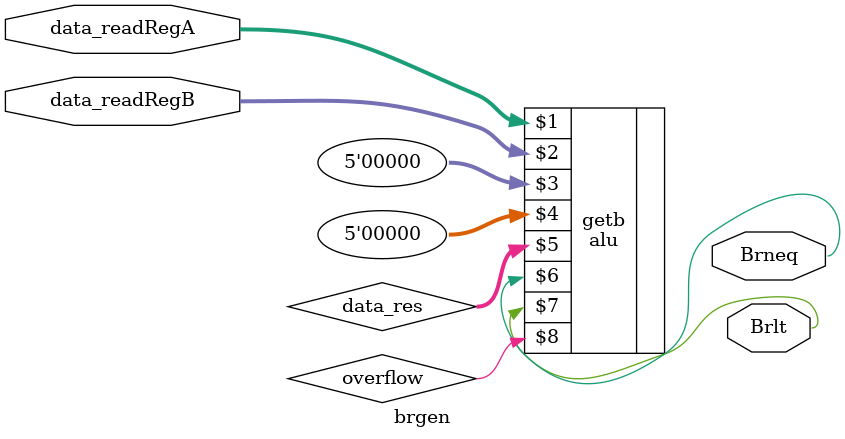
<source format=v>
module brgen(data_readRegA,data_readRegB,Brneq,Brlt);
	input [31:0] data_readRegA,data_readRegB;
	output Brneq,Brlt;

	wire [31:0] data_res;
	//wire [4:0] ctrl_ALUopcode, ctrl_shiftamt;
	wire isNotEqual, isLessThan, overflow;
	alu getb(data_readRegA, data_readRegB, 5'b00000,5'b00000, data_res, Brneq, Brlt, overflow);

//	and a0(Brneq,isNotEqual,1'b1);
//	assign Brneq = isNotEqual?1'b1:1'b0;
//	assign Brlt = isLessThan?1'b1:1'b0;
//	and a1(Brlt,isLessThan,1'b1);

endmodule
</source>
